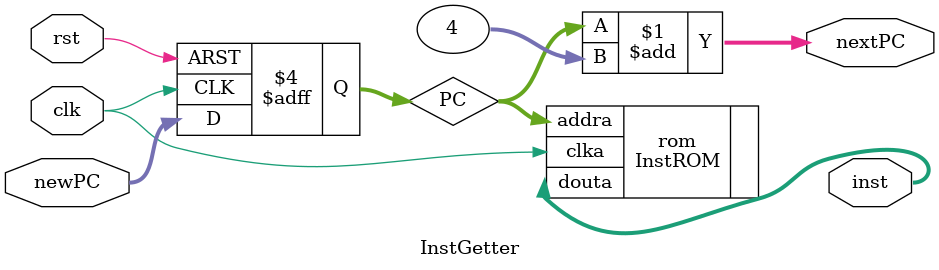
<source format=v>
`timescale 1ns / 1ps
module InstGetter(
    input clk,
    input rst,
    input [31:0] newPC,
    output [31:0] inst,
    output [31:0] nextPC
    );
    
    reg [31:0] PC;
    
    initial PC <= 0;
    assign nextPC = PC+4;

    InstROM rom (
        .clka(clk), // input clka
        .addra(PC), // input [31 : 0] addra
        .douta(inst) // output [31 : 0] douta
    );
    
    always @(negedge clk,posedge rst)
        if (rst) PC <= 0;
        else PC <= newPC;
    
endmodule

</source>
